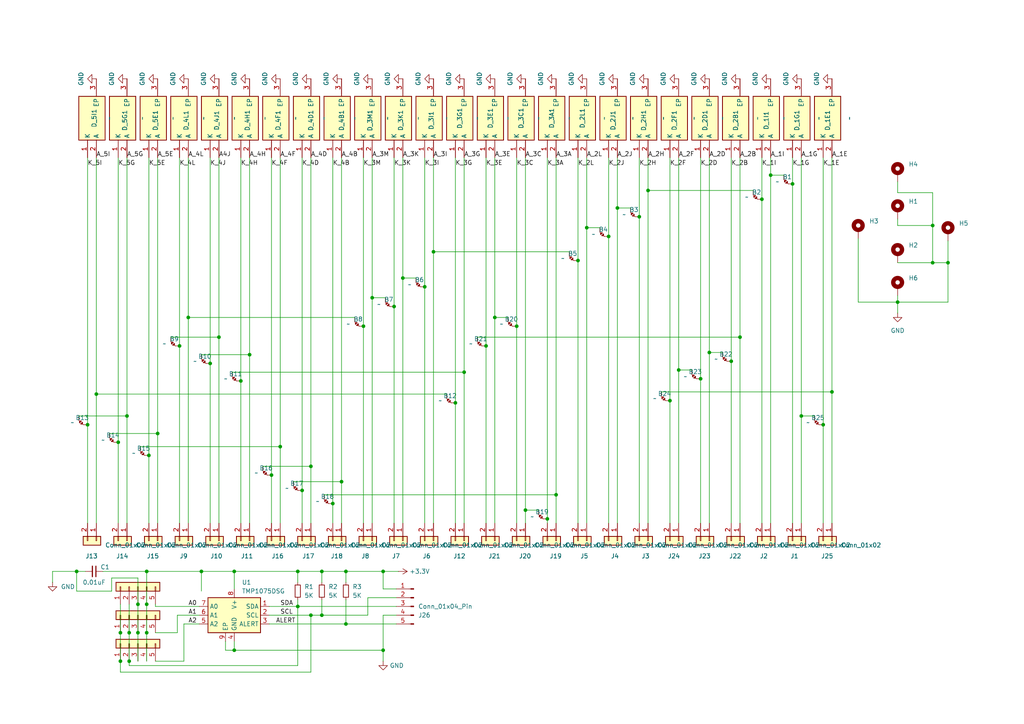
<source format=kicad_sch>
(kicad_sch (version 20231120) (generator "eeschema") (generator_version "8.0")
  (paper "A4")
  (title_block (title "besteLampe! LED Moudule C") (date "2024-03-24") (rev "1.1") (comment 1 "See  https://lenaschimmel.de/besteLampe! for the source and more information") (comment 2 "This source describes Open Hardware and is licensed under the CERN-OHL-S v2.") (comment 3 "Copyright 2024 Lena Schimmel <mail@lenaschimmel.de>"))
  (junction (at 132.08 116.84))
  (junction (at 87.63 142.24))
  (junction (at 37.465 191.77))
  (junction (at 212.09 104.775))
  (junction (at 111.125 165.735))
  (junction (at 241.3 113.665))
  (junction (at 81.28 129.54))
  (junction (at 140.97 100.33))
  (junction (at 123.19 83.185))
  (junction (at 42.545 165.735))
  (junction (at 54.61 92.075))
  (junction (at 93.345 165.735))
  (junction (at 45.72 125.73))
  (junction (at 220.98 57.785))
  (junction (at 69.85 110.49))
  (junction (at 187.96 55.245))
  (junction (at 194.31 116.205))
  (junction (at 67.945 165.735))
  (junction (at 63.5 97.79))
  (junction (at 100.33 180.975))
  (junction (at 238.76 123.19))
  (junction (at 40.005 175.26))
  (junction (at 170.18 66.04))
  (junction (at 52.07 100.33))
  (junction (at 60.96 105.41))
  (junction (at 134.62 107.95))
  (junction (at 90.17 178.435))
  (junction (at 260.35 87.63))
  (junction (at 27.94 114.3))
  (junction (at 161.29 143.51))
  (junction (at 232.41 120.65))
  (junction (at 203.2 109.855))
  (junction (at 179.07 60.325))
  (junction (at 25.4 123.19))
  (junction (at 42.545 175.26))
  (junction (at 167.64 75.565))
  (junction (at 100.33 165.735))
  (junction (at 42.545 183.515))
  (junction (at 99.06 139.7))
  (junction (at 105.41 94.615))
  (junction (at 223.52 50.8))
  (junction (at 86.36 165.735))
  (junction (at 114.3 88.9))
  (junction (at 86.36 175.895))
  (junction (at 116.84 80.645))
  (junction (at 58.42 165.735))
  (junction (at 93.345 178.435))
  (junction (at 90.17 135.255))
  (junction (at 72.39 102.87))
  (junction (at 40.005 183.515))
  (junction (at 270.51 65.405))
  (junction (at 143.51 92.075))
  (junction (at 205.74 102.235))
  (junction (at 43.18 132.08))
  (junction (at 229.87 53.34))
  (junction (at 37.465 183.515))
  (junction (at 125.73 73.025))
  (junction (at 107.95 86.36))
  (junction (at 22.225 165.735))
  (junction (at 34.925 191.77))
  (junction (at 185.42 62.865))
  (junction (at 34.29 128.27))
  (junction (at 196.85 107.315))
  (junction (at 214.63 97.79))
  (junction (at 274.955 76.2))
  (junction (at 96.52 146.05))
  (junction (at 111.125 188.595))
  (junction (at 176.53 68.58))
  (junction (at 158.75 150.495))
  (junction (at 78.74 137.795))
  (junction (at 270.51 76.2))
  (junction (at 149.86 94.615))
  (junction (at 67.945 188.595))
  (junction (at 36.83 120.65))
  (junction (at 34.925 183.515))
  (junction (at 152.4 147.955))
  (wire (pts (xy 42.545 165.735) (xy 42.545 175.26)))
  (wire (pts (xy 45.72 45.72) (xy 45.72 125.73)))
  (wire (pts (xy 65.405 186.055) (xy 65.405 188.595)))
  (wire (pts (xy 241.3 113.665) (xy 241.3 151.765)))
  (wire (pts (xy 78.105 180.975) (xy 100.33 180.975)))
  (wire (pts (xy 203.2 151.765) (xy 203.2 109.855)))
  (wire (pts (xy 78.105 175.895) (xy 86.36 175.895)))
  (wire (pts (xy 167.64 75.565) (xy 167.64 45.72)))
  (wire (pts (xy 238.76 123.19) (xy 238.76 45.72)))
  (wire (pts (xy 116.84 151.765) (xy 116.84 80.645)))
  (wire (pts (xy 152.4 147.955) (xy 156.21 147.955)))
  (wire (pts (xy 96.52 151.765) (xy 96.52 146.05)))
  (wire (pts (xy 90.17 135.255) (xy 90.17 151.765)))
  (wire (pts (xy 114.935 178.435) (xy 111.125 178.435)))
  (wire (pts (xy 40.005 183.515) (xy 40.005 175.26)))
  (wire (pts (xy 36.83 120.65) (xy 36.83 151.765)))
  (wire (pts (xy 54.61 92.075) (xy 54.61 45.72)))
  (wire (pts (xy 34.29 128.27) (xy 34.29 151.765)))
  (wire (pts (xy 212.09 151.765) (xy 212.09 104.775)))
  (wire (pts (xy 170.18 66.04) (xy 173.99 66.04)))
  (wire (pts (xy 105.41 94.615) (xy 105.41 45.72)))
  (wire (pts (xy 248.92 87.63) (xy 260.35 87.63)))
  (wire (pts (xy 78.74 137.795) (xy 78.74 45.72)))
  (wire (pts (xy 87.63 142.24) (xy 87.63 45.72)))
  (wire (pts (xy 42.545 165.735) (xy 58.42 165.735)))
  (wire (pts (xy 76.2 135.255) (xy 90.17 135.255)))
  (wire (pts (xy 116.84 80.645) (xy 120.65 80.645)))
  (wire (pts (xy 260.35 63.5) (xy 260.35 65.405)))
  (wire (pts (xy 149.86 45.72) (xy 149.86 94.615)))
  (wire (pts (xy 86.36 165.735) (xy 67.945 165.735)))
  (wire (pts (xy 191.77 113.665) (xy 241.3 113.665)))
  (wire (pts (xy 185.42 151.765) (xy 185.42 62.865)))
  (wire (pts (xy 114.3 88.9) (xy 114.3 45.72)))
  (wire (pts (xy 25.4 123.19) (xy 25.4 45.72)))
  (wire (pts (xy 149.86 94.615) (xy 149.86 151.765)))
  (wire (pts (xy 179.07 60.325) (xy 179.07 45.72)))
  (wire (pts (xy 34.925 183.515) (xy 34.925 175.26)))
  (wire (pts (xy 15.24 165.735) (xy 22.225 165.735)))
  (wire (pts (xy 34.925 191.77) (xy 34.925 183.515)))
  (wire (pts (xy 187.96 55.245) (xy 187.96 45.72)))
  (wire (pts (xy 214.63 97.79) (xy 214.63 151.765)))
  (wire (pts (xy 93.345 165.735) (xy 93.345 168.91)))
  (wire (pts (xy 232.41 120.65) (xy 236.22 120.65)))
  (wire (pts (xy 129.54 114.3) (xy 27.94 114.3)))
  (wire (pts (xy 223.52 151.765) (xy 223.52 50.8)))
  (wire (pts (xy 203.2 109.855) (xy 203.2 45.72)))
  (wire (pts (xy 187.96 151.765) (xy 187.96 55.245)))
  (wire (pts (xy 260.35 76.2) (xy 270.51 76.2)))
  (wire (pts (xy 170.18 66.04) (xy 170.18 45.72)))
  (wire (pts (xy 37.465 183.515) (xy 37.465 191.77)))
  (wire (pts (xy 90.17 178.435) (xy 90.17 194.945)))
  (wire (pts (xy 86.36 175.895) (xy 86.36 173.99)))
  (wire (pts (xy 90.17 45.72) (xy 90.17 135.255)))
  (wire (pts (xy 51.435 178.435) (xy 51.435 183.515)))
  (wire (pts (xy 65.405 188.595) (xy 67.945 188.595)))
  (wire (pts (xy 194.31 116.205) (xy 194.31 45.72)))
  (wire (pts (xy 134.62 45.72) (xy 134.62 107.95)))
  (wire (pts (xy 241.3 45.72) (xy 241.3 113.665)))
  (wire (pts (xy 260.35 65.405) (xy 270.51 65.405)))
  (wire (pts (xy 42.545 175.26) (xy 42.545 183.515)))
  (wire (pts (xy 260.35 55.88) (xy 270.51 55.88)))
  (wire (pts (xy 27.94 114.3) (xy 27.94 151.765)))
  (wire (pts (xy 52.07 100.33) (xy 52.07 151.765)))
  (wire (pts (xy 132.08 116.84) (xy 132.08 45.72)))
  (wire (pts (xy 115.57 165.735) (xy 111.125 165.735)))
  (wire (pts (xy 106.68 173.355) (xy 106.68 178.435)))
  (wire (pts (xy 72.39 102.87) (xy 72.39 45.72)))
  (wire (pts (xy 52.07 45.72) (xy 52.07 100.33)))
  (wire (pts (xy 111.125 188.595) (xy 111.125 191.77)))
  (wire (pts (xy 22.225 165.735) (xy 24.765 165.735)))
  (wire (pts (xy 270.51 65.405) (xy 270.51 76.2)))
  (wire (pts (xy 78.105 178.435) (xy 90.17 178.435)))
  (wire (pts (xy 196.85 107.315) (xy 196.85 45.72)))
  (wire (pts (xy 167.64 151.765) (xy 167.64 75.565)))
  (wire (pts (xy 260.35 85.725) (xy 260.35 87.63)))
  (wire (pts (xy 158.75 151.765) (xy 158.75 150.495)))
  (wire (pts (xy 22.225 171.45) (xy 22.225 165.735)))
  (wire (pts (xy 220.98 57.785) (xy 220.98 45.72)))
  (wire (pts (xy 111.125 170.815) (xy 111.125 165.735)))
  (wire (pts (xy 54.61 151.765) (xy 54.61 92.075)))
  (wire (pts (xy 85.09 139.7) (xy 99.06 139.7)))
  (wire (pts (xy 63.5 97.79) (xy 63.5 45.72)))
  (wire (pts (xy 81.28 129.54) (xy 81.28 45.72)))
  (wire (pts (xy 96.52 146.05) (xy 96.52 45.72)))
  (wire (pts (xy 140.97 100.33) (xy 140.97 45.72)))
  (wire (pts (xy 40.005 175.26) (xy 40.005 167.64)))
  (wire (pts (xy 36.83 45.72) (xy 36.83 120.65)))
  (wire (pts (xy 40.64 129.54) (xy 81.28 129.54)))
  (wire (pts (xy 260.35 52.705) (xy 260.35 55.88)))
  (wire (pts (xy 212.09 104.775) (xy 212.09 45.72)))
  (wire (pts (xy 205.74 102.235) (xy 209.55 102.235)))
  (wire (pts (xy 125.73 151.765) (xy 125.73 73.025)))
  (wire (pts (xy 179.07 60.325) (xy 182.88 60.325)))
  (wire (pts (xy 78.74 151.765) (xy 78.74 137.795)))
  (wire (pts (xy 205.74 102.235) (xy 205.74 45.72)))
  (wire (pts (xy 161.29 151.765) (xy 161.29 143.51)))
  (wire (pts (xy 34.29 45.72) (xy 34.29 128.27)))
  (wire (pts (xy 58.42 165.735) (xy 67.945 165.735)))
  (wire (pts (xy 51.435 183.515) (xy 45.085 183.515)))
  (wire (pts (xy 223.52 50.8) (xy 223.52 45.72)))
  (wire (pts (xy 161.29 143.51) (xy 161.29 45.72)))
  (wire (pts (xy 114.935 170.815) (xy 111.125 170.815)))
  (wire (pts (xy 107.95 86.36) (xy 107.95 151.765)))
  (wire (pts (xy 69.85 151.765) (xy 69.85 110.49)))
  (wire (pts (xy 32.385 167.64) (xy 32.385 171.45)))
  (wire (pts (xy 274.955 76.2) (xy 274.955 87.63)))
  (wire (pts (xy 100.33 168.91) (xy 100.33 165.735)))
  (wire (pts (xy 111.125 165.735) (xy 100.33 165.735)))
  (wire (pts (xy 72.39 151.765) (xy 72.39 102.87)))
  (wire (pts (xy 194.31 151.765) (xy 194.31 116.205)))
  (wire (pts (xy 111.125 188.595) (xy 67.945 188.595)))
  (wire (pts (xy 53.34 191.77) (xy 45.085 191.77)))
  (wire (pts (xy 134.62 107.95) (xy 134.62 151.765)))
  (wire (pts (xy 99.06 139.7) (xy 99.06 45.72)))
  (wire (pts (xy 45.085 175.895) (xy 57.785 175.895)))
  (wire (pts (xy 229.87 151.765) (xy 229.87 53.34)))
  (wire (pts (xy 106.68 178.435) (xy 93.345 178.435)))
  (wire (pts (xy 51.435 178.435) (xy 57.785 178.435)))
  (wire (pts (xy 86.36 175.895) (xy 114.935 175.895)))
  (wire (pts (xy 43.18 45.72) (xy 43.18 132.08)))
  (wire (pts (xy 45.085 175.895) (xy 45.085 175.26)))
  (wire (pts (xy 125.73 73.025) (xy 165.1 73.025)))
  (wire (pts (xy 220.98 151.765) (xy 220.98 57.785)))
  (wire (pts (xy 196.85 107.315) (xy 200.66 107.315)))
  (wire (pts (xy 60.96 151.765) (xy 60.96 105.41)))
  (wire (pts (xy 40.005 167.64) (xy 32.385 167.64)))
  (wire (pts (xy 53.34 180.975) (xy 57.785 180.975)))
  (wire (pts (xy 107.95 45.72) (xy 107.95 86.36)))
  (wire (pts (xy 43.18 132.08) (xy 43.18 151.765)))
  (wire (pts (xy 100.33 180.975) (xy 100.33 173.99)))
  (wire (pts (xy 214.63 45.72) (xy 214.63 97.79)))
  (wire (pts (xy 274.955 69.85) (xy 274.955 76.2)))
  (wire (pts (xy 53.34 180.975) (xy 53.34 191.77)))
  (wire (pts (xy 248.92 69.215) (xy 248.92 87.63)))
  (wire (pts (xy 34.925 194.945) (xy 34.925 191.77)))
  (wire (pts (xy 31.75 125.73) (xy 45.72 125.73)))
  (wire (pts (xy 140.97 151.765) (xy 140.97 100.33)))
  (wire (pts (xy 138.43 97.79) (xy 214.63 97.79)))
  (wire (pts (xy 60.96 105.41) (xy 60.96 45.72)))
  (wire (pts (xy 29.845 165.735) (xy 42.545 165.735)))
  (wire (pts (xy 27.94 45.72) (xy 27.94 114.3)))
  (wire (pts (xy 229.87 53.34) (xy 229.87 45.72)))
  (wire (pts (xy 185.42 62.865) (xy 185.42 45.72)))
  (wire (pts (xy 37.465 191.77) (xy 37.465 193.04)))
  (wire (pts (xy 116.84 80.645) (xy 116.84 45.72)))
  (wire (pts (xy 67.31 107.95) (xy 134.62 107.95)))
  (wire (pts (xy 260.35 87.63) (xy 260.35 90.805)))
  (wire (pts (xy 93.98 143.51) (xy 161.29 143.51)))
  (wire (pts (xy 152.4 151.765) (xy 152.4 147.955)))
  (wire (pts (xy 15.24 165.735) (xy 15.24 168.91)))
  (wire (pts (xy 40.005 191.77) (xy 40.005 183.515)))
  (wire (pts (xy 111.125 178.435) (xy 111.125 188.595)))
  (wire (pts (xy 132.08 151.765) (xy 132.08 116.84)))
  (wire (pts (xy 114.3 151.765) (xy 114.3 88.9)))
  (wire (pts (xy 58.42 171.45) (xy 58.42 165.735)))
  (wire (pts (xy 86.36 175.895) (xy 86.36 193.04)))
  (wire (pts (xy 196.85 151.765) (xy 196.85 107.315)))
  (wire (pts (xy 93.345 165.735) (xy 86.36 165.735)))
  (wire (pts (xy 90.17 178.435) (xy 93.345 178.435)))
  (wire (pts (xy 45.72 125.73) (xy 45.72 151.765)))
  (wire (pts (xy 274.955 87.63) (xy 260.35 87.63)))
  (wire (pts (xy 238.76 151.765) (xy 238.76 123.19)))
  (wire (pts (xy 67.945 165.735) (xy 67.945 170.815)))
  (wire (pts (xy 123.19 151.765) (xy 123.19 83.185)))
  (wire (pts (xy 143.51 92.075) (xy 143.51 45.72)))
  (wire (pts (xy 114.935 173.355) (xy 106.68 173.355)))
  (wire (pts (xy 270.51 76.2) (xy 274.955 76.2)))
  (wire (pts (xy 179.07 151.765) (xy 179.07 60.325)))
  (wire (pts (xy 100.33 165.735) (xy 93.345 165.735)))
  (wire (pts (xy 37.465 193.04) (xy 86.36 193.04)))
  (wire (pts (xy 49.53 97.79) (xy 63.5 97.79)))
  (wire (pts (xy 187.96 55.245) (xy 218.44 55.245)))
  (wire (pts (xy 158.75 150.495) (xy 158.75 45.72)))
  (wire (pts (xy 170.18 151.765) (xy 170.18 66.04)))
  (wire (pts (xy 25.4 151.765) (xy 25.4 123.19)))
  (wire (pts (xy 86.36 165.735) (xy 86.36 168.91)))
  (wire (pts (xy 69.85 110.49) (xy 69.85 45.72)))
  (wire (pts (xy 32.385 171.45) (xy 22.225 171.45)))
  (wire (pts (xy 223.52 50.8) (xy 227.33 50.8)))
  (wire (pts (xy 111.76 86.36) (xy 107.95 86.36)))
  (wire (pts (xy 232.41 151.765) (xy 232.41 120.65)))
  (wire (pts (xy 125.73 73.025) (xy 125.73 45.72)))
  (wire (pts (xy 100.33 180.975) (xy 114.935 180.975)))
  (wire (pts (xy 81.28 151.765) (xy 81.28 129.54)))
  (wire (pts (xy 67.945 186.055) (xy 67.945 188.595)))
  (wire (pts (xy 143.51 151.765) (xy 143.51 92.075)))
  (wire (pts (xy 42.545 183.515) (xy 42.545 191.77)))
  (wire (pts (xy 54.61 92.075) (xy 102.87 92.075)))
  (wire (pts (xy 37.465 175.26) (xy 37.465 183.515)))
  (wire (pts (xy 58.42 102.87) (xy 72.39 102.87)))
  (wire (pts (xy 205.74 151.765) (xy 205.74 102.235)))
  (wire (pts (xy 123.19 83.185) (xy 123.19 45.72)))
  (wire (pts (xy 232.41 120.65) (xy 232.41 45.72)))
  (wire (pts (xy 63.5 151.765) (xy 63.5 97.79)))
  (wire (pts (xy 90.17 194.945) (xy 34.925 194.945)))
  (wire (pts (xy 87.63 151.765) (xy 87.63 142.24)))
  (wire (pts (xy 270.51 55.88) (xy 270.51 65.405)))
  (wire (pts (xy 143.51 92.075) (xy 147.32 92.075)))
  (wire (pts (xy 176.53 68.58) (xy 176.53 45.72)))
  (wire (pts (xy 22.86 120.65) (xy 36.83 120.65)))
  (wire (pts (xy 99.06 151.765) (xy 99.06 139.7)))
  (wire (pts (xy 105.41 151.765) (xy 105.41 94.615)))
  (wire (pts (xy 93.345 178.435) (xy 93.345 173.99)))
  (wire (pts (xy 152.4 147.955) (xy 152.4 45.72)))
  (wire (pts (xy 176.53 151.765) (xy 176.53 68.58)))
  (label "A_3G" (at 134.62 45.72 0))
  (label "K_3C" (at 149.86 48.26 0))
  (label "K_4B" (at 96.52 48.26 0))
  (label "A_4H" (at 72.39 45.72 0))
  (label "K_2L" (at 167.64 48.26 0))
  (label "K_5G" (at 34.29 48.26 0))
  (label "A_4L" (at 54.61 45.72 0))
  (label "A_3I" (at 125.73 45.72 0))
  (label "A_4D" (at 90.17 45.72 0))
  (label "A_3M" (at 107.95 45.72 0))
  (label "A_5G" (at 36.83 45.72 0))
  (label "A1" (at 54.61 178.435 0))
  (label "K_5E" (at 43.18 48.26 0))
  (label "A_2H" (at 187.96 45.72 0))
  (label "K_3E" (at 140.97 48.26 0))
  (label "K_4D" (at 87.63 48.26 0))
  (label "A_4B" (at 99.06 45.72 0))
  (label "K_3A" (at 158.75 48.26 0))
  (label "SCL" (at 81.28 178.435 0))
  (label "K_4H" (at 69.85 48.26 0))
  (label "K_2J" (at 176.53 48.26 0))
  (label "A_3K" (at 116.84 45.72 0))
  (label "A_3E" (at 143.51 45.72 0))
  (label "SDA" (at 81.28 175.895 0))
  (label "K_3M" (at 105.41 48.26 0))
  (label "K_1I" (at 220.98 48.26 0))
  (label "A_2L" (at 170.18 45.72 0))
  (label "A_2F" (at 196.85 45.72 0))
  (label "K_2F" (at 194.31 48.26 0))
  (label "K_1G" (at 229.87 48.26 0))
  (label "K_4J" (at 60.96 48.26 0))
  (label "A_1I" (at 223.52 45.72 0))
  (label "A_4F" (at 81.28 45.72 0))
  (label "A_5E" (at 45.72 45.72 0))
  (label "K_3G" (at 132.08 48.26 0))
  (label "K_2B" (at 212.09 48.26 0))
  (label "A_3A" (at 161.29 45.72 0))
  (label "K_2H" (at 185.42 48.26 0))
  (label "K_4F" (at 78.74 48.26 0))
  (label "A_3C" (at 152.4 45.72 0))
  (label "A4J" (at 63.5 45.72 0))
  (label "K_2D" (at 203.2 48.26 0))
  (label "A2" (at 54.61 180.975 0))
  (label "ALERT" (at 80.01 180.975 0))
  (label "A_1E" (at 241.3 45.72 0))
  (label "A_2B" (at 214.63 45.72 0))
  (label "A_5I" (at 27.94 45.72 0))
  (label "A_1G" (at 232.41 45.72 0))
  (label "K_3I" (at 123.19 48.26 0))
  (label "A_2D" (at 205.74 45.72 0))
  (label "K_4L" (at 52.07 48.26 0))
  (label "K_5I" (at 25.4 48.26 0))
  (label "A_2J" (at 179.07 45.72 0))
  (label "K_1E" (at 238.76 48.26 0))
  (label "K_3K" (at 114.3 48.26 0))
  (label "A0" (at 54.61 175.895 0))
  (symbol (lib_id "XEGAVT-H0-0000-000-000000K2001:XEGAVT-H0-0000-000-000000K2001") (at 134.62 22.86 270) (unit 1)
    (property "Reference" "D_3G1" (at 133.35 34.29 0))
    (property "Value" "~" (at 138.43 34.29 0))
    (property "Footprint" "Cree XLAMP XE-G LED XEGAVT-H0:XEGAVTH_clean" (effects (hide yes)))
    (property "Datasheet" "https://downloads.cree-led.com/files/ds/x/XLamp-XE-G.pdf" (effects (hide yes)))
    (property "Description" "LED Lighting Color XLamp XE-G Violet 3-SMD, No Lead" (effects (hide yes)))
    (property "Height" "1.13" (effects (hide yes)))
    (property "Manufacturer_Name" "CREE" (effects (hide yes)))
    (property "Manufacturer_Part_Number" "XEGAVT-H0-0000-000-000000K2001" (effects (hide yes)))
  )
  (symbol (lib_id "Connector:Diagonal_Solder_Jumper") (at 95.25 144.78 0) (unit 1) (in_bom no)
    (property "Reference" "B18" (at 94.996 144.018 0))
    (property "Value" "~" (at 92.71 145.415 0) (effects (justify right)))
    (property "Footprint" "Jumper:SolderJumper-2_P1.3mm_Open_TrianglePad1.0x1.5mm" (effects (hide yes)))
  )
  (symbol (lib_id "XEGAVT-H0-0000-000-000000K2001:XEGAVT-H0-0000-000-000000K2001") (at 223.52 22.86 270) (unit 1)
    (property "Reference" "D_1I1" (at 222.25 34.925 0))
    (property "Value" "~" (at 227.33 34.29 0))
    (property "Footprint" "Cree XLAMP XE-G LED XEGAVT-H0:XEGAVTH_clean" (effects (hide yes)))
    (property "Datasheet" "https://downloads.cree-led.com/files/ds/x/XLamp-XE-G.pdf" (effects (hide yes)))
    (property "Description" "LED Lighting Color XLamp XE-G Violet 3-SMD, No Lead" (effects (hide yes)))
    (property "Height" "1.13" (effects (hide yes)))
    (property "Manufacturer_Name" "CREE" (effects (hide yes)))
    (property "Manufacturer_Part_Number" "XEGAVT-H0-0000-000-000000K2001" (effects (hide yes)))
  )
  (symbol (lib_id "Connector_Generic:Conn_01x02") (at 45.72 156.845 270) (unit 1)
    (property "Reference" "J15" (at 42.545 161.29 90) (effects (justify left)))
    (property "Value" "Conn_01x02" (at 48.26 158.1149 90) (effects (justify left)))
    (property "Footprint" "Connector_PinHeader_2.54mm:PinHeader_1x02_P2.54mm_Vertical" (effects (hide yes)))
    (property "Description" "Generic connector, single row, 01x02, script generated (kicad-library-utils/schlib/autogen/connector/)" (effects (hide yes)))
  )
  (symbol (lib_id "XEGAVT-H0-0000-000-000000K2001:XEGAVT-H0-0000-000-000000K2001") (at 81.28 22.86 270) (unit 1)
    (property "Reference" "D_4F1" (at 80.645 34.925 0))
    (property "Value" "~" (at 85.725 34.29 0))
    (property "Footprint" "Cree XLAMP XE-G LED XEGAVT-H0:XEGAVTH_clean" (effects (hide yes)))
    (property "Datasheet" "https://downloads.cree-led.com/files/ds/x/XLamp-XE-G.pdf" (effects (hide yes)))
    (property "Description" "LED Lighting Color XLamp XE-G Violet 3-SMD, No Lead" (effects (hide yes)))
    (property "Height" "1.13" (effects (hide yes)))
    (property "Manufacturer_Name" "CREE" (effects (hide yes)))
    (property "Manufacturer_Part_Number" "XEGAVT-H0-0000-000-000000K2001" (effects (hide yes)))
  )
  (symbol (lib_id "power:GND") (at 45.72 22.86 270) (unit 1)
    (property "Reference" "#PWR017" (effects (hide yes)))
    (property "Value" "GND" (at 41.275 22.86 0))
    (property "Description" "Power symbol creates a global label with name \"GND\" , ground" (effects (hide yes)))
  )
  (symbol (lib_id "Connector_Generic:Conn_01x02") (at 36.83 156.845 270) (unit 1)
    (property "Reference" "J14" (at 33.655 161.29 90) (effects (justify left)))
    (property "Value" "Conn_01x02" (at 39.37 158.1149 90) (effects (justify left)))
    (property "Footprint" "Connector_PinHeader_2.54mm:PinHeader_1x02_P2.54mm_Vertical" (effects (hide yes)))
    (property "Description" "Generic connector, single row, 01x02, script generated (kicad-library-utils/schlib/autogen/connector/)" (effects (hide yes)))
  )
  (symbol (lib_id "power:GND") (at 111.125 191.77 0) (unit 1)
    (property "Reference" "#PWR027" (effects (hide yes)))
    (property "Value" "GND" (at 113.03 193.0399 0) (effects (justify left)))
    (property "Description" "Power symbol creates a global label with name \"GND\" , ground" (effects (hide yes)))
  )
  (symbol (lib_id "Connector_Generic:Conn_01x02") (at 143.51 156.845 270) (unit 1)
    (property "Reference" "J21" (at 141.605 161.29 90) (effects (justify left)))
    (property "Value" "Conn_01x02" (at 146.05 158.1149 90) (effects (justify left)))
    (property "Footprint" "Connector_PinHeader_2.54mm:PinHeader_1x02_P2.54mm_Vertical" (effects (hide yes)))
    (property "Description" "Generic connector, single row, 01x02, script generated (kicad-library-utils/schlib/autogen/connector/)" (effects (hide yes)))
  )
  (symbol (lib_id "Connector_Generic:Conn_01x05") (at 40.005 186.69 90) (unit 1)
    (property "Reference" "J29" (effects (hide yes)))
    (property "Value" "Conn_01x05" (effects (hide yes)))
    (property "Footprint" "Jumper:Quadforce" (effects (hide yes)))
    (property "Description" "Generic connector, single row, 01x05, script generated (kicad-library-utils/schlib/autogen/connector/)" (effects (hide yes)))
  )
  (symbol (lib_id "Connector_Generic:Conn_01x02") (at 134.62 156.845 270) (unit 1)
    (property "Reference" "J12" (at 131.445 161.2899 90) (effects (justify left)))
    (property "Value" "Conn_01x02" (at 137.16 158.1149 90) (effects (justify left)))
    (property "Footprint" "Connector_PinHeader_2.54mm:PinHeader_1x02_P2.54mm_Vertical" (effects (hide yes)))
    (property "Description" "Generic connector, single row, 01x02, script generated (kicad-library-utils/schlib/autogen/connector/)" (effects (hide yes)))
  )
  (symbol (lib_id "XEGAVT-H0-0000-000-000000K2001:XEGAVT-H0-0000-000-000000K2001") (at 54.61 22.86 270) (unit 1)
    (property "Reference" "D_4L1" (at 53.975 34.925 0))
    (property "Value" "~" (at 59.055 34.29 0))
    (property "Footprint" "Cree XLAMP XE-G LED XEGAVT-H0:XEGAVTH_clean" (effects (hide yes)))
    (property "Datasheet" "https://downloads.cree-led.com/files/ds/x/XLamp-XE-G.pdf" (effects (hide yes)))
    (property "Description" "LED Lighting Color XLamp XE-G Violet 3-SMD, No Lead" (effects (hide yes)))
    (property "Height" "1.13" (effects (hide yes)))
    (property "Manufacturer_Name" "CREE" (effects (hide yes)))
    (property "Manufacturer_Part_Number" "XEGAVT-H0-0000-000-000000K2001" (effects (hide yes)))
  )
  (symbol (lib_id "Device:R_Small") (at 86.36 171.45 0) (unit 1)
    (property "Reference" "R1" (at 88.265 170.1799 0) (effects (justify left)))
    (property "Value" "5K" (at 88.265 172.7199 0) (effects (justify left)))
    (property "Footprint" "Resistor_SMD:R_0603_1608Metric" (effects (hide yes)))
    (property "Description" "Resistor, small symbol" (effects (hide yes)))
  )
  (symbol (lib_id "XEGAVT-H0-0000-000-000000K2001:XEGAVT-H0-0000-000-000000K2001") (at 205.74 22.86 270) (unit 1)
    (property "Reference" "D_2D1" (at 204.47 34.925 0))
    (property "Value" "~" (at 209.55 34.29 0))
    (property "Footprint" "Cree XLAMP XE-G LED XEGAVT-H0:XEGAVTH_clean" (effects (hide yes)))
    (property "Datasheet" "https://downloads.cree-led.com/files/ds/x/XLamp-XE-G.pdf" (effects (hide yes)))
    (property "Description" "LED Lighting Color XLamp XE-G Violet 3-SMD, No Lead" (effects (hide yes)))
    (property "Height" "1.13" (effects (hide yes)))
    (property "Manufacturer_Name" "CREE" (effects (hide yes)))
    (property "Manufacturer_Part_Number" "XEGAVT-H0-0000-000-000000K2001" (effects (hide yes)))
  )
  (symbol (lib_id "XEGAVT-H0-0000-000-000000K2001:XEGAVT-H0-0000-000-000000K2001") (at 196.85 22.86 270) (unit 1)
    (property "Reference" "D_2F1" (at 195.58 34.925 0))
    (property "Value" "~" (at 201.295 34.29 0))
    (property "Footprint" "Cree XLAMP XE-G LED XEGAVT-H0:XEGAVTH_clean" (effects (hide yes)))
    (property "Datasheet" "https://downloads.cree-led.com/files/ds/x/XLamp-XE-G.pdf" (effects (hide yes)))
    (property "Description" "LED Lighting Color XLamp XE-G Violet 3-SMD, No Lead" (effects (hide yes)))
    (property "Height" "1.13" (effects (hide yes)))
    (property "Manufacturer_Name" "CREE" (effects (hide yes)))
    (property "Manufacturer_Part_Number" "XEGAVT-H0-0000-000-000000K2001" (effects (hide yes)))
  )
  (symbol (lib_id "XEGAVT-H0-0000-000-000000K2001:XEGAVT-H0-0000-000-000000K2001") (at 36.83 22.86 270) (unit 1)
    (property "Reference" "D_5G1" (at 36.195 34.925 0))
    (property "Value" "~" (at 41.275 34.29 0))
    (property "Footprint" "Cree XLAMP XE-G LED XEGAVT-H0:XEGAVTH_clean" (effects (hide yes)))
    (property "Datasheet" "https://downloads.cree-led.com/files/ds/x/XLamp-XE-G.pdf" (effects (hide yes)))
    (property "Description" "LED Lighting Color XLamp XE-G Violet 3-SMD, No Lead" (effects (hide yes)))
    (property "Height" "1.13" (effects (hide yes)))
    (property "Manufacturer_Name" "CREE" (effects (hide yes)))
    (property "Manufacturer_Part_Number" "XEGAVT-H0-0000-000-000000K2001" (effects (hide yes)))
  )
  (symbol (lib_id "Connector_Generic:Conn_01x02") (at 63.5 156.845 270) (unit 1)
    (property "Reference" "J10" (at 60.96 161.29 90) (effects (justify left)))
    (property "Value" "Conn_01x02" (at 66.04 158.1149 90) (effects (justify left)))
    (property "Footprint" "Connector_PinHeader_2.54mm:PinHeader_1x02_P2.54mm_Vertical" (effects (hide yes)))
    (property "Description" "Generic connector, single row, 01x02, script generated (kicad-library-utils/schlib/autogen/connector/)" (effects (hide yes)))
  )
  (symbol (lib_id "Mechanical:MountingHole_Pad") (at 274.955 67.31 0) (unit 1) (exclude_from_sim yes) (in_bom no)
    (property "Reference" "H5" (at 278.13 64.7699 0) (effects (justify left)))
    (property "Value" "MountingHole_Pad" (effects (hide yes)))
    (property "Footprint" "MountingHole:MountingHole_3.2mm_M3_DIN965_Pad_TopBottom" (effects (hide yes)))
    (property "Description" "Mounting Hole with connection" (effects (hide yes)))
  )
  (symbol (lib_id "Connector_Generic:Conn_01x02") (at 223.52 156.845 270) (unit 1)
    (property "Reference" "J2" (at 220.345 161.29 90) (effects (justify left)))
    (property "Value" "Conn_01x02" (at 226.06 158.1149 90) (effects (justify left)))
    (property "Footprint" "Connector_PinHeader_2.54mm:PinHeader_1x02_P2.54mm_Vertical" (effects (hide yes)))
    (property "Description" "Generic connector, single row, 01x02, script generated (kicad-library-utils/schlib/autogen/connector/)" (effects (hide yes)))
  )
  (symbol (lib_id "power:GND") (at 161.29 22.86 270) (unit 1)
    (property "Reference" "#PWR02" (effects (hide yes)))
    (property "Value" "GND" (at 156.845 22.86 0))
    (property "Description" "Power symbol creates a global label with name \"GND\" , ground" (effects (hide yes)))
  )
  (symbol (lib_id "Connector_Generic:Conn_01x02") (at 152.4 156.845 270) (unit 1)
    (property "Reference" "J20" (at 150.495 161.29 90) (effects (justify left)))
    (property "Value" "Conn_01x02" (at 154.94 158.1149 90) (effects (justify left)))
    (property "Footprint" "Connector_PinHeader_2.54mm:PinHeader_1x02_P2.54mm_Vertical" (effects (hide yes)))
    (property "Description" "Generic connector, single row, 01x02, script generated (kicad-library-utils/schlib/autogen/connector/)" (effects (hide yes)))
  )
  (symbol (lib_id "Connector:Diagonal_Solder_Jumper") (at 148.59 93.345 0) (unit 1) (in_bom no)
    (property "Reference" "B20" (at 148.336 92.583 0))
    (property "Value" "~" (at 146.05 93.98 0) (effects (justify right)))
    (property "Footprint" "Jumper:SolderJumper-2_P1.3mm_Open_TrianglePad1.0x1.5mm" (effects (hide yes)))
  )
  (symbol (lib_id "Connector_Generic:Conn_01x02") (at 107.95 156.845 270) (unit 1)
    (property "Reference" "J8" (at 104.775 161.29 90) (effects (justify left)))
    (property "Value" "Conn_01x02" (at 110.49 158.1149 90) (effects (justify left)))
    (property "Footprint" "Connector_PinHeader_2.54mm:PinHeader_1x02_P2.54mm_Vertical" (effects (hide yes)))
    (property "Description" "Generic connector, single row, 01x02, script generated (kicad-library-utils/schlib/autogen/connector/)" (effects (hide yes)))
  )
  (symbol (lib_id "XEGAVT-H0-0000-000-000000K2001:XEGAVT-H0-0000-000-000000K2001") (at 107.95 22.86 270) (unit 1)
    (property "Reference" "D_3M1" (at 107.315 34.925 0))
    (property "Value" "~" (at 112.395 34.29 0))
    (property "Footprint" "Cree XLAMP XE-G LED XEGAVT-H0:XEGAVTH_clean" (effects (hide yes)))
    (property "Datasheet" "https://downloads.cree-led.com/files/ds/x/XLamp-XE-G.pdf" (effects (hide yes)))
    (property "Description" "LED Lighting Color XLamp XE-G Violet 3-SMD, No Lead" (effects (hide yes)))
    (property "Height" "1.13" (effects (hide yes)))
    (property "Manufacturer_Name" "CREE" (effects (hide yes)))
    (property "Manufacturer_Part_Number" "XEGAVT-H0-0000-000-000000K2001" (effects (hide yes)))
  )
  (symbol (lib_id "XEGAVT-H0-0000-000-000000K2001:XEGAVT-H0-0000-000-000000K2001") (at 143.51 22.86 270) (unit 1)
    (property "Reference" "D_3E1" (at 142.24 34.29 0))
    (property "Value" "~" (at 147.32 34.29 0))
    (property "Footprint" "Cree XLAMP XE-G LED XEGAVT-H0:XEGAVTH_clean" (effects (hide yes)))
    (property "Datasheet" "https://downloads.cree-led.com/files/ds/x/XLamp-XE-G.pdf" (effects (hide yes)))
    (property "Description" "LED Lighting Color XLamp XE-G Violet 3-SMD, No Lead" (effects (hide yes)))
    (property "Height" "1.13" (effects (hide yes)))
    (property "Manufacturer_Name" "CREE" (effects (hide yes)))
    (property "Manufacturer_Part_Number" "XEGAVT-H0-0000-000-000000K2001" (effects (hide yes)))
  )
  (symbol (lib_id "Connector_Generic:Conn_01x02") (at 232.41 156.845 270) (unit 1)
    (property "Reference" "J1" (at 229.235 161.29 90) (effects (justify left)))
    (property "Value" "Conn_01x02" (at 234.95 158.1149 90) (effects (justify left)))
    (property "Footprint" "Connector_PinHeader_2.54mm:PinHeader_1x02_P2.54mm_Vertical" (effects (hide yes)))
    (property "Description" "Generic connector, single row, 01x02, script generated (kicad-library-utils/schlib/autogen/connector/)" (effects (hide yes)))
  )
  (symbol (lib_id "power:+3.3V") (at 115.57 165.735 270) (unit 1)
    (property "Reference" "#PWR026" (effects (hide yes)))
    (property "Value" "+3.3V" (at 118.745 165.7349 90) (effects (justify left)))
    (property "Description" "Power symbol creates a global label with name \"+3.3V\"" (effects (hide yes)))
  )
  (symbol (lib_id "power:GND") (at 81.28 22.86 270) (unit 1)
    (property "Reference" "#PWR09" (effects (hide yes)))
    (property "Value" "GND" (at 76.835 22.86 0))
    (property "Description" "Power symbol creates a global label with name \"GND\" , ground" (effects (hide yes)))
  )
  (symbol (lib_id "XEGAVT-H0-0000-000-000000K2001:XEGAVT-H0-0000-000-000000K2001") (at 232.41 22.86 270) (unit 1)
    (property "Reference" "D_1G1" (at 231.14 34.925 0))
    (property "Value" "~" (at 237.49 34.29 0))
    (property "Footprint" "Cree XLAMP XE-G LED XEGAVT-H0:XEGAVTH_clean" (effects (hide yes)))
    (property "Datasheet" "https://downloads.cree-led.com/files/ds/x/XLamp-XE-G.pdf" (effects (hide yes)))
    (property "Description" "LED Lighting Color XLamp XE-G Violet 3-SMD, No Lead" (effects (hide yes)))
    (property "Height" "1.13" (effects (hide yes)))
    (property "Manufacturer_Name" "CREE" (effects (hide yes)))
    (property "Manufacturer_Part_Number" "XEGAVT-H0-0000-000-000000K2001" (effects (hide yes)))
  )
  (symbol (lib_id "Connector_Generic:Conn_01x02") (at 116.84 156.845 270) (unit 1)
    (property "Reference" "J7" (at 113.665 161.29 90) (effects (justify left)))
    (property "Value" "Conn_01x02" (at 119.38 158.1149 90) (effects (justify left)))
    (property "Footprint" "Connector_PinHeader_2.54mm:PinHeader_1x02_P2.54mm_Vertical" (effects (hide yes)))
    (property "Description" "Generic connector, single row, 01x02, script generated (kicad-library-utils/schlib/autogen/connector/)" (effects (hide yes)))
  )
  (symbol (lib_id "power:GND") (at 99.06 22.86 270) (unit 1)
    (property "Reference" "#PWR01" (effects (hide yes)))
    (property "Value" "GND" (at 94.615 22.86 0))
    (property "Description" "Power symbol creates a global label with name \"GND\" , ground" (effects (hide yes)))
  )
  (symbol (lib_id "Sensor_Temperature:TMP1075DSG") (at 67.945 178.435 0) (unit 1)
    (property "Reference" "U1" (at 70.1391 168.91 0) (effects (justify left)))
    (property "Value" "TMP1075DSG" (at 70.1391 171.45 0) (effects (justify left)))
    (property "Footprint" "Package_SON:WSON-8-1EP_2x2mm_P0.5mm_EP0.9x1.6mm_ThermalVias" (effects (hide yes)))
    (property "Datasheet" "https://www.ti.com/lit/gpn/tmp1075" (effects (hide yes)))
    (property "Description" "I2C-bus digital temperature sensor and thermal watchdog, WSON-8" (effects (hide yes)))
  )
  (symbol (lib_id "Mechanical:MountingHole_Pad") (at 260.35 50.165 0) (unit 1) (exclude_from_sim yes) (in_bom no)
    (property "Reference" "H4" (at 263.525 47.6249 0) (effects (justify left)))
    (property "Value" "MountingHole_Pad" (effects (hide yes)))
    (property "Footprint" "MountingHole:MountingHole_3.2mm_M3_DIN965_Pad_TopBottom" (effects (hide yes)))
    (property "Description" "Mounting Hole with connection" (effects (hide yes)))
  )
  (symbol (lib_id "Connector:Diagonal_Solder_Jumper") (at 50.8 99.06 0) (unit 1) (in_bom no)
    (property "Reference" "B9" (at 50.546 98.298 0))
    (property "Value" "~" (at 48.26 99.695 0) (effects (justify right)))
    (property "Footprint" "Jumper:SolderJumper-2_P1.3mm_Open_TrianglePad1.0x1.5mm" (effects (hide yes)))
  )
  (symbol (lib_id "XEGAVT-H0-0000-000-000000K2001:XEGAVT-H0-0000-000-000000K2001") (at 187.96 22.86 270) (unit 1)
    (property "Reference" "D_2H1" (at 186.69 34.925 0))
    (property "Value" "~" (at 192.405 34.29 0))
    (property "Footprint" "Cree XLAMP XE-G LED XEGAVT-H0:XEGAVTH_clean" (effects (hide yes)))
    (property "Datasheet" "https://downloads.cree-led.com/files/ds/x/XLamp-XE-G.pdf" (effects (hide yes)))
    (property "Description" "LED Lighting Color XLamp XE-G Violet 3-SMD, No Lead" (effects (hide yes)))
    (property "Height" "1.13" (effects (hide yes)))
    (property "Manufacturer_Name" "CREE" (effects (hide yes)))
    (property "Manufacturer_Part_Number" "XEGAVT-H0-0000-000-000000K2001" (effects (hide yes)))
  )
  (symbol (lib_id "Connector_Generic:Conn_01x02") (at 179.07 156.845 270) (unit 1)
    (property "Reference" "J4" (at 177.165 161.29 90) (effects (justify left)))
    (property "Value" "Conn_01x02" (at 181.61 158.1149 90) (effects (justify left)))
    (property "Footprint" "Connector_PinHeader_2.54mm:PinHeader_1x02_P2.54mm_Vertical" (effects (hide yes)))
    (property "Description" "Generic connector, single row, 01x02, script generated (kicad-library-utils/schlib/autogen/connector/)" (effects (hide yes)))
  )
  (symbol (lib_id "XEGAVT-H0-0000-000-000000K2001:XEGAVT-H0-0000-000-000000K2001") (at 125.73 22.86 270) (unit 1)
    (property "Reference" "D_3I1" (at 125.095 34.925 0))
    (property "Value" "~" (at 129.54 34.29 0))
    (property "Footprint" "Cree XLAMP XE-G LED XEGAVT-H0:XEGAVTH_clean" (effects (hide yes)))
    (property "Datasheet" "https://downloads.cree-led.com/files/ds/x/XLamp-XE-G.pdf" (effects (hide yes)))
    (property "Description" "LED Lighting Color XLamp XE-G Violet 3-SMD, No Lead" (effects (hide yes)))
    (property "Height" "1.13" (effects (hide yes)))
    (property "Manufacturer_Name" "CREE" (effects (hide yes)))
    (property "Manufacturer_Part_Number" "XEGAVT-H0-0000-000-000000K2001" (effects (hide yes)))
  )
  (symbol (lib_id "Connector:Diagonal_Solder_Jumper") (at 41.91 130.81 0) (unit 1) (in_bom no)
    (property "Reference" "B15" (at 41.656 130.048 0))
    (property "Value" "~" (at 39.37 131.445 0) (effects (justify right)))
    (property "Footprint" "Jumper:SolderJumper-2_P1.3mm_Open_TrianglePad1.0x1.5mm" (effects (hide yes)))
  )
  (symbol (lib_id "power:GND") (at 107.95 22.86 270) (unit 1)
    (property "Reference" "#PWR022" (effects (hide yes)))
    (property "Value" "GND" (at 103.505 22.86 0))
    (property "Description" "Power symbol creates a global label with name \"GND\" , ground" (effects (hide yes)))
  )
  (symbol (lib_id "XEGAVT-H0-0000-000-000000K2001:XEGAVT-H0-0000-000-000000K2001") (at 116.84 22.86 270) (unit 1)
    (property "Reference" "D_3K1" (at 116.205 34.925 0))
    (property "Value" "~" (at 121.285 34.29 0))
    (property "Footprint" "Cree XLAMP XE-G LED XEGAVT-H0:XEGAVTH_clean" (effects (hide yes)))
    (property "Datasheet" "https://downloads.cree-led.com/files/ds/x/XLamp-XE-G.pdf" (effects (hide yes)))
    (property "Description" "LED Lighting Color XLamp XE-G Violet 3-SMD, No Lead" (effects (hide yes)))
    (property "Height" "1.13" (effects (hide yes)))
    (property "Manufacturer_Name" "CREE" (effects (hide yes)))
    (property "Manufacturer_Part_Number" "XEGAVT-H0-0000-000-000000K2001" (effects (hide yes)))
  )
  (symbol (lib_id "Connector_Generic:Conn_01x02") (at 125.73 156.845 270) (unit 1)
    (property "Reference" "J6" (at 122.555 161.29 90) (effects (justify left)))
    (property "Value" "Conn_01x02" (at 128.27 158.1149 90) (effects (justify left)))
    (property "Footprint" "Connector_PinHeader_2.54mm:PinHeader_1x02_P2.54mm_Vertical" (effects (hide yes)))
    (property "Description" "Generic connector, single row, 01x02, script generated (kicad-library-utils/schlib/autogen/connector/)" (effects (hide yes)))
  )
  (symbol (lib_id "XEGAVT-H0-0000-000-000000K2001:XEGAVT-H0-0000-000-000000K2001") (at 99.06 22.86 270) (unit 1)
    (property "Reference" "D_4B1" (at 99.06 34.925 0))
    (property "Value" "~" (at 102.87 34.29 0))
    (property "Footprint" "Cree XLAMP XE-G LED XEGAVT-H0:XEGAVTH_clean" (effects (hide yes)))
    (property "Datasheet" "https://downloads.cree-led.com/files/ds/x/XLamp-XE-G.pdf" (effects (hide yes)))
    (property "Description" "LED Lighting Color XLamp XE-G Violet 3-SMD, No Lead" (effects (hide yes)))
    (property "Height" "1.13" (effects (hide yes)))
    (property "Manufacturer_Name" "CREE" (effects (hide yes)))
    (property "Manufacturer_Part_Number" "XEGAVT-H0-0000-000-000000K2001" (effects (hide yes)))
  )
  (symbol (lib_id "power:GND") (at 134.62 22.86 270) (unit 1)
    (property "Reference" "#PWR08" (effects (hide yes)))
    (property "Value" "GND" (at 130.175 22.86 0))
    (property "Description" "Power symbol creates a global label with name \"GND\" , ground" (effects (hide yes)))
  )
  (symbol (lib_id "Connector:Diagonal_Solder_Jumper") (at 130.81 115.57 0) (unit 1) (in_bom no)
    (property "Reference" "B12" (at 130.556 114.808 0))
    (property "Value" "~" (at 128.27 116.205 0) (effects (justify right)))
    (property "Footprint" "Jumper:SolderJumper-2_P1.3mm_Open_TrianglePad1.0x1.5mm" (effects (hide yes)))
  )
  (symbol (lib_id "power:GND") (at 36.83 22.86 270) (unit 1)
    (property "Reference" "#PWR016" (effects (hide yes)))
    (property "Value" "GND" (at 32.385 22.86 0))
    (property "Description" "Power symbol creates a global label with name \"GND\" , ground" (effects (hide yes)))
  )
  (symbol (lib_id "power:GND") (at 152.4 22.86 270) (unit 1)
    (property "Reference" "#PWR03" (effects (hide yes)))
    (property "Value" "GND" (at 147.955 22.86 0))
    (property "Description" "Power symbol creates a global label with name \"GND\" , ground" (effects (hide yes)))
  )
  (symbol (lib_id "Connector_Generic:Conn_01x02") (at 170.18 156.845 270) (unit 1)
    (property "Reference" "J5" (at 168.275 161.29 90) (effects (justify left)))
    (property "Value" "Conn_01x02" (at 172.72 158.1149 90) (effects (justify left)))
    (property "Footprint" "Connector_PinHeader_2.54mm:PinHeader_1x02_P2.54mm_Vertical" (effects (hide yes)))
    (property "Description" "Generic connector, single row, 01x02, script generated (kicad-library-utils/schlib/autogen/connector/)" (effects (hide yes)))
  )
  (symbol (lib_id "power:GND") (at 116.84 22.86 270) (unit 1)
    (property "Reference" "#PWR013" (effects (hide yes)))
    (property "Value" "GND" (at 112.395 22.86 0))
    (property "Description" "Power symbol creates a global label with name \"GND\" , ground" (effects (hide yes)))
  )
  (symbol (lib_id "power:GND") (at 179.07 22.86 270) (unit 1)
    (property "Reference" "#PWR014" (effects (hide yes)))
    (property "Value" "GND" (at 174.625 22.86 0))
    (property "Description" "Power symbol creates a global label with name \"GND\" , ground" (effects (hide yes)))
  )
  (symbol (lib_id "Connector:Diagonal_Solder_Jumper") (at 139.7 99.06 0) (unit 1) (in_bom no)
    (property "Reference" "B21" (at 139.446 98.298 0))
    (property "Value" "~" (at 137.16 99.695 0) (effects (justify right)))
    (property "Footprint" "Jumper:SolderJumper-2_P1.3mm_Open_TrianglePad1.0x1.5mm" (effects (hide yes)))
  )
  (symbol (lib_id "power:GND") (at 15.24 168.91 0) (unit 1)
    (property "Reference" "#PWR029" (effects (hide yes)))
    (property "Value" "GND" (at 19.685 170.18 0))
    (property "Description" "Power symbol creates a global label with name \"GND\" , ground" (effects (hide yes)))
  )
  (symbol (lib_id "XEGAVT-H0-0000-000-000000K2001:XEGAVT-H0-0000-000-000000K2001") (at 45.72 22.86 270) (unit 1)
    (property "Reference" "D_5E1" (at 45.085 34.925 0))
    (property "Value" "~" (at 50.165 34.29 0))
    (property "Footprint" "Cree XLAMP XE-G LED XEGAVT-H0:XEGAVTH_clean" (effects (hide yes)))
    (property "Datasheet" "https://downloads.cree-led.com/files/ds/x/XLamp-XE-G.pdf" (effects (hide yes)))
    (property "Description" "LED Lighting Color XLamp XE-G Violet 3-SMD, No Lead" (effects (hide yes)))
    (property "Height" "1.13" (effects (hide yes)))
    (property "Manufacturer_Name" "CREE" (effects (hide yes)))
    (property "Manufacturer_Part_Number" "XEGAVT-H0-0000-000-000000K2001" (effects (hide yes)))
  )
  (symbol (lib_id "power:GND") (at 260.35 90.805 0) (unit 1)
    (property "Reference" "#PWR028" (effects (hide yes)))
    (property "Value" "GND" (at 260.35 95.885 0))
    (property "Description" "Power symbol creates a global label with name \"GND\" , ground" (effects (hide yes)))
  )
  (symbol (lib_id "XEGAVT-H0-0000-000-000000K2001:XEGAVT-H0-0000-000-000000K2001") (at 214.63 22.86 270) (unit 1)
    (property "Reference" "D_2B1" (at 213.36 34.925 0))
    (property "Value" "~" (at 219.71 34.29 0))
    (property "Footprint" "Cree XLAMP XE-G LED XEGAVT-H0:XEGAVTH_clean" (effects (hide yes)))
    (property "Datasheet" "https://downloads.cree-led.com/files/ds/x/XLamp-XE-G.pdf" (effects (hide yes)))
    (property "Description" "LED Lighting Color XLamp XE-G Violet 3-SMD, No Lead" (effects (hide yes)))
    (property "Height" "1.13" (effects (hide yes)))
    (property "Manufacturer_Name" "CREE" (effects (hide yes)))
    (property "Manufacturer_Part_Number" "XEGAVT-H0-0000-000-000000K2001" (effects (hide yes)))
  )
  (symbol (lib_id "Connector:Diagonal_Solder_Jumper") (at 166.37 74.295 0) (unit 1) (in_bom no)
    (property "Reference" "B5" (at 166.116 73.533 0))
    (property "Value" "~" (at 163.83 74.93 0) (effects (justify right)))
    (property "Footprint" "Jumper:SolderJumper-2_P1.3mm_Open_TrianglePad1.0x1.5mm" (effects (hide yes)))
  )
  (symbol (lib_id "power:GND") (at 72.39 22.86 270) (unit 1)
    (property "Reference" "#PWR011" (effects (hide yes)))
    (property "Value" "GND" (at 67.945 22.86 0))
    (property "Description" "Power symbol creates a global label with name \"GND\" , ground" (effects (hide yes)))
  )
  (symbol (lib_id "power:GND") (at 241.3 22.86 270) (unit 1)
    (property "Reference" "#PWR018" (effects (hide yes)))
    (property "Value" "GND" (at 236.855 22.86 0))
    (property "Description" "Power symbol creates a global label with name \"GND\" , ground" (effects (hide yes)))
  )
  (symbol (lib_id "Connector:Diagonal_Solder_Jumper") (at 33.02 127 0) (unit 1) (in_bom no)
    (property "Reference" "B14" (at 32.766 126.238 0))
    (property "Value" "~" (at 30.48 127.635 0) (effects (justify right)))
    (property "Footprint" "Jumper:SolderJumper-2_P1.3mm_Open_TrianglePad1.0x1.5mm" (effects (hide yes)))
  )
  (symbol (lib_id "Connector:Diagonal_Solder_Jumper") (at 24.13 121.92 0) (unit 1) (in_bom no)
    (property "Reference" "B13" (at 23.876 121.158 0))
    (property "Value" "~" (at 21.59 122.555 0) (effects (justify right)))
    (property "Footprint" "Jumper:SolderJumper-2_P1.3mm_Open_TrianglePad1.0x1.5mm" (effects (hide yes)))
  )
  (symbol (lib_id "power:GND") (at 63.5 22.86 270) (unit 1)
    (property "Reference" "#PWR012" (effects (hide yes)))
    (property "Value" "GND" (at 59.055 22.86 0))
    (property "Description" "Power symbol creates a global label with name \"GND\" , ground" (effects (hide yes)))
  )
  (symbol (lib_id "power:GND") (at 205.74 22.86 270) (unit 1)
    (property "Reference" "#PWR05" (effects (hide yes)))
    (property "Value" "GND" (at 201.295 22.86 0))
    (property "Description" "Power symbol creates a global label with name \"GND\" , ground" (effects (hide yes)))
  )
  (symbol (lib_id "Connector_Generic:Conn_01x02") (at 161.29 156.845 270) (unit 1)
    (property "Reference" "J19" (at 159.385 161.29 90) (effects (justify left)))
    (property "Value" "Conn_01x02" (at 163.83 158.1149 90) (effects (justify left)))
    (property "Footprint" "Connector_PinHeader_2.54mm:PinHeader_1x02_P2.54mm_Vertical" (effects (hide yes)))
    (property "Description" "Generic connector, single row, 01x02, script generated (kicad-library-utils/schlib/autogen/connector/)" (effects (hide yes)))
  )
  (symbol (lib_id "Connector_Generic:Conn_01x02") (at 187.96 156.845 270) (unit 1)
    (property "Reference" "J3" (at 186.055 161.29 90) (effects (justify left)))
    (property "Value" "Conn_01x02" (at 190.5 158.1149 90) (effects (justify left)))
    (property "Footprint" "Connector_PinHeader_2.54mm:PinHeader_1x02_P2.54mm_Vertical" (effects (hide yes)))
    (property "Description" "Generic connector, single row, 01x02, script generated (kicad-library-utils/schlib/autogen/connector/)" (effects (hide yes)))
  )
  (symbol (lib_id "power:GND") (at 170.18 22.86 270) (unit 1)
    (property "Reference" "#PWR021" (effects (hide yes)))
    (property "Value" "GND" (at 165.735 22.86 0))
    (property "Description" "Power symbol creates a global label with name \"GND\" , ground" (effects (hide yes)))
  )
  (symbol (lib_id "XEGAVT-H0-0000-000-000000K2001:XEGAVT-H0-0000-000-000000K2001") (at 161.29 22.86 270) (unit 1)
    (property "Reference" "D_3A1" (at 160.02 34.29 0))
    (property "Value" "~" (at 165.1 34.29 0))
    (property "Footprint" "Cree XLAMP XE-G LED XEGAVT-H0:XEGAVTH_clean" (effects (hide yes)))
    (property "Datasheet" "https://downloads.cree-led.com/files/ds/x/XLamp-XE-G.pdf" (effects (hide yes)))
    (property "Description" "LED Lighting Color XLamp XE-G Violet 3-SMD, No Lead" (effects (hide yes)))
    (property "Height" "1.13" (effects (hide yes)))
    (property "Manufacturer_Name" "CREE" (effects (hide yes)))
    (property "Manufacturer_Part_Number" "XEGAVT-H0-0000-000-000000K2001" (effects (hide yes)))
  )
  (symbol (lib_id "XEGAVT-H0-0000-000-000000K2001:XEGAVT-H0-0000-000-000000K2001") (at 152.4 22.86 270) (unit 1)
    (property "Reference" "D_3C1" (at 151.13 34.29 0))
    (property "Value" "~" (at 156.21 34.29 0))
    (property "Footprint" "Cree XLAMP XE-G LED XEGAVT-H0:XEGAVTH_clean" (effects (hide yes)))
    (property "Datasheet" "https://downloads.cree-led.com/files/ds/x/XLamp-XE-G.pdf" (effects (hide yes)))
    (property "Description" "LED Lighting Color XLamp XE-G Violet 3-SMD, No Lead" (effects (hide yes)))
    (property "Height" "1.13" (effects (hide yes)))
    (property "Manufacturer_Name" "CREE" (effects (hide yes)))
    (property "Manufacturer_Part_Number" "XEGAVT-H0-0000-000-000000K2001" (effects (hide yes)))
  )
  (symbol (lib_id "Connector_Generic:Conn_01x05") (at 40.005 178.435 90) (unit 1)
    (property "Reference" "J28" (effects (hide yes)))
    (property "Value" "Conn_01x05" (effects (hide yes)))
    (property "Footprint" "Jumper:Quadforce" (effects (hide yes)))
    (property "Description" "Generic connector, single row, 01x05, script generated (kicad-library-utils/schlib/autogen/connector/)" (effects (hide yes)))
  )
  (symbol (lib_id "Mechanical:MountingHole_Pad") (at 248.92 66.675 0) (unit 1) (exclude_from_sim yes) (in_bom no)
    (property "Reference" "H3" (at 252.095 64.1349 0) (effects (justify left)))
    (property "Value" "MountingHole_Pad" (effects (hide yes)))
    (property "Footprint" "MountingHole:MountingHole_3.2mm_M3_DIN965_Pad_TopBottom" (effects (hide yes)))
    (property "Description" "Mounting Hole with connection" (effects (hide yes)))
  )
  (symbol (lib_id "Connector_Generic:Conn_01x02") (at 54.61 156.845 270) (unit 1)
    (property "Reference" "J9" (at 52.07 161.29 90) (effects (justify left)))
    (property "Value" "Conn_01x02" (at 57.15 158.1149 90) (effects (justify left)))
    (property "Footprint" "Connector_PinHeader_2.54mm:PinHeader_1x02_P2.54mm_Vertical" (effects (hide yes)))
    (property "Description" "Generic connector, single row, 01x02, script generated (kicad-library-utils/schlib/autogen/connector/)" (effects (hide yes)))
  )
  (symbol (lib_id "Connector:Diagonal_Solder_Jumper") (at 104.14 93.345 0) (unit 1) (in_bom no)
    (property "Reference" "B8" (at 103.886 92.583 0))
    (property "Value" "~" (at 101.6 93.98 0) (effects (justify right)))
    (property "Footprint" "Jumper:SolderJumper-2_P1.3mm_Open_TrianglePad1.0x1.5mm" (effects (hide yes)))
  )
  (symbol (lib_id "XEGAVT-H0-0000-000-000000K2001:XEGAVT-H0-0000-000-000000K2001") (at 90.17 22.86 270) (unit 1)
    (property "Reference" "D_4D1" (at 90.17 34.925 0))
    (property "Value" "~" (at 93.98 34.29 0))
    (property "Footprint" "Cree XLAMP XE-G LED XEGAVT-H0:XEGAVTH_clean" (effects (hide yes)))
    (property "Datasheet" "https://downloads.cree-led.com/files/ds/x/XLamp-XE-G.pdf" (effects (hide yes)))
    (property "Description" "LED Lighting Color XLamp XE-G Violet 3-SMD, No Lead" (effects (hide yes)))
    (property "Height" "1.13" (effects (hide yes)))
    (property "Manufacturer_Name" "CREE" (effects (hide yes)))
    (property "Manufacturer_Part_Number" "XEGAVT-H0-0000-000-000000K2001" (effects (hide yes)))
  )
  (symbol (lib_id "power:GND") (at 27.94 22.86 270) (unit 1)
    (property "Reference" "#PWR015" (effects (hide yes)))
    (property "Value" "GND" (at 23.495 22.86 0))
    (property "Description" "Power symbol creates a global label with name \"GND\" , ground" (effects (hide yes)))
  )
  (symbol (lib_id "Connector_Generic:Conn_01x02") (at 81.28 156.845 270) (unit 1)
    (property "Reference" "J16" (at 78.74 161.29 90) (effects (justify left)))
    (property "Value" "Conn_01x02" (at 83.82 158.1149 90) (effects (justify left)))
    (property "Footprint" "Connector_PinHeader_2.54mm:PinHeader_1x02_P2.54mm_Vertical" (effects (hide yes)))
    (property "Description" "Generic connector, single row, 01x02, script generated (kicad-library-utils/schlib/autogen/connector/)" (effects (hide yes)))
  )
  (symbol (lib_id "Connector:Diagonal_Solder_Jumper") (at 113.03 87.63 0) (unit 1) (in_bom no)
    (property "Reference" "B7" (at 112.776 86.868 0))
    (property "Value" "~" (at 110.49 88.265 0) (effects (justify right)))
    (property "Footprint" "Jumper:SolderJumper-2_P1.3mm_Open_TrianglePad1.0x1.5mm" (effects (hide yes)))
  )
  (symbol (lib_id "power:GND") (at 196.85 22.86 270) (unit 1)
    (property "Reference" "#PWR06" (effects (hide yes)))
    (property "Value" "GND" (at 192.405 22.86 0))
    (property "Description" "Power symbol creates a global label with name \"GND\" , ground" (effects (hide yes)))
  )
  (symbol (lib_id "XEGAVT-H0-0000-000-000000K2001:XEGAVT-H0-0000-000-000000K2001") (at 72.39 22.86 270) (unit 1)
    (property "Reference" "D_4H1" (at 71.755 34.925 0))
    (property "Value" "~" (at 76.835 34.29 0))
    (property "Footprint" "Cree XLAMP XE-G LED XEGAVT-H0:XEGAVTH_clean" (effects (hide yes)))
    (property "Datasheet" "https://downloads.cree-led.com/files/ds/x/XLamp-XE-G.pdf" (effects (hide yes)))
    (property "Description" "LED Lighting Color XLamp XE-G Violet 3-SMD, No Lead" (effects (hide yes)))
    (property "Height" "1.13" (effects (hide yes)))
    (property "Manufacturer_Name" "CREE" (effects (hide yes)))
    (property "Manufacturer_Part_Number" "XEGAVT-H0-0000-000-000000K2001" (effects (hide yes)))
  )
  (symbol (lib_id "Connector:Diagonal_Solder_Jumper") (at 201.93 108.585 0) (unit 1) (in_bom no)
    (property "Reference" "B23" (at 201.676 107.823 0))
    (property "Value" "~" (at 199.39 109.22 0) (effects (justify right)))
    (property "Footprint" "Jumper:SolderJumper-2_P1.3mm_Open_TrianglePad1.0x1.5mm" (effects (hide yes)))
  )
  (symbol (lib_id "XEGAVT-H0-0000-000-000000K2001:XEGAVT-H0-0000-000-000000K2001") (at 27.94 22.86 270) (unit 1)
    (property "Reference" "D_5I1" (at 27.305 34.29 0))
    (property "Value" "~" (at 31.75 34.29 0))
    (property "Footprint" "Cree XLAMP XE-G LED XEGAVT-H0:XEGAVTH_clean" (effects (hide yes)))
    (property "Datasheet" "https://downloads.cree-led.com/files/ds/x/XLamp-XE-G.pdf" (effects (hide yes)))
    (property "Description" "LED Lighting Color XLamp XE-G Violet 3-SMD, No Lead" (effects (hide yes)))
    (property "Height" "1.13" (effects (hide yes)))
    (property "Manufacturer_Name" "CREE" (effects (hide yes)))
    (property "Manufacturer_Part_Number" "XEGAVT-H0-0000-000-000000K2001" (effects (hide yes)))
  )
  (symbol (lib_id "Connector_Generic:Conn_01x02") (at 90.17 156.845 270) (unit 1)
    (property "Reference" "J17" (at 87.63 161.29 90) (effects (justify left)))
    (property "Value" "Conn_01x02" (at 92.71 158.1149 90) (effects (justify left)))
    (property "Footprint" "Connector_PinHeader_2.54mm:PinHeader_1x02_P2.54mm_Vertical" (effects (hide yes)))
    (property "Description" "Generic connector, single row, 01x02, script generated (kicad-library-utils/schlib/autogen/connector/)" (effects (hide yes)))
  )
  (symbol (lib_id "Connector_Generic:Conn_01x05") (at 40.005 170.18 90) (unit 1)
    (property "Reference" "J27" (effects (hide yes)))
    (property "Value" "Conn_01x05" (effects (hide yes)))
    (property "Footprint" "Jumper:Quadforce" (effects (hide yes)))
    (property "Description" "Generic connector, single row, 01x05, script generated (kicad-library-utils/schlib/autogen/connector/)" (effects (hide yes)))
  )
  (symbol (lib_id "Connector_Generic:Conn_01x02") (at 72.39 156.845 270) (unit 1)
    (property "Reference" "J11" (at 69.85 161.29 90) (effects (justify left)))
    (property "Value" "Conn_01x02" (at 74.93 158.1149 90) (effects (justify left)))
    (property "Footprint" "Connector_PinHeader_2.54mm:PinHeader_1x02_P2.54mm_Vertical" (effects (hide yes)))
    (property "Description" "Generic connector, single row, 01x02, script generated (kicad-library-utils/schlib/autogen/connector/)" (effects (hide yes)))
  )
  (symbol (lib_id "Connector:Diagonal_Solder_Jumper") (at 219.71 56.515 0) (unit 1) (in_bom no)
    (property "Reference" "B2" (at 219.456 55.753 0))
    (property "Value" "~" (at 217.17 57.15 0) (effects (justify right)))
    (property "Footprint" "Jumper:SolderJumper-2_P1.3mm_Open_TrianglePad1.0x1.5mm" (effects (hide yes)))
  )
  (symbol (lib_id "Mechanical:MountingHole_Pad") (at 260.35 73.66 0) (unit 1) (exclude_from_sim yes) (in_bom no)
    (property "Reference" "H2" (at 263.525 71.1199 0) (effects (justify left)))
    (property "Value" "MountingHole_Pad" (effects (hide yes)))
    (property "Footprint" "MountingHole:MountingHole_3.2mm_M3_DIN965_Pad_TopBottom" (effects (hide yes)))
    (property "Description" "Mounting Hole with connection" (effects (hide yes)))
  )
  (symbol (lib_id "power:GND") (at 54.61 22.86 270) (unit 1)
    (property "Reference" "#PWR023" (effects (hide yes)))
    (property "Value" "GND" (at 50.165 22.86 0))
    (property "Description" "Power symbol creates a global label with name \"GND\" , ground" (effects (hide yes)))
  )
  (symbol (lib_id "XEGAVT-H0-0000-000-000000K2001:XEGAVT-H0-0000-000-000000K2001") (at 170.18 22.86 270) (unit 1)
    (property "Reference" "D_2L1" (at 168.91 34.29 0))
    (property "Value" "~" (at 175.26 34.29 0))
    (property "Footprint" "Cree XLAMP XE-G LED XEGAVT-H0:XEGAVTH_clean" (effects (hide yes)))
    (property "Datasheet" "https://downloads.cree-led.com/files/ds/x/XLamp-XE-G.pdf" (effects (hide yes)))
    (property "Description" "LED Lighting Color XLamp XE-G Violet 3-SMD, No Lead" (effects (hide yes)))
    (property "Height" "1.13" (effects (hide yes)))
    (property "Manufacturer_Name" "CREE" (effects (hide yes)))
    (property "Manufacturer_Part_Number" "XEGAVT-H0-0000-000-000000K2001" (effects (hide yes)))
  )
  (symbol (lib_id "Connector:Diagonal_Solder_Jumper") (at 86.36 140.97 0) (unit 1) (in_bom no)
    (property "Reference" "B17" (at 86.106 140.208 0))
    (property "Value" "~" (at 83.82 141.605 0) (effects (justify right)))
    (property "Footprint" "Jumper:SolderJumper-2_P1.3mm_Open_TrianglePad1.0x1.5mm" (effects (hide yes)))
  )
  (symbol (lib_id "power:GND") (at 232.41 22.86 270) (unit 1)
    (property "Reference" "#PWR019" (effects (hide yes)))
    (property "Value" "GND" (at 227.965 22.86 0))
    (property "Description" "Power symbol creates a global label with name \"GND\" , ground" (effects (hide yes)))
  )
  (symbol (lib_id "XEGAVT-H0-0000-000-000000K2001:XEGAVT-H0-0000-000-000000K2001") (at 63.5 22.86 270) (unit 1)
    (property "Reference" "D_4J1" (at 62.865 34.925 0))
    (property "Value" "~" (at 67.945 34.29 0))
    (property "Footprint" "Cree XLAMP XE-G LED XEGAVT-H0:XEGAVTH_clean" (effects (hide yes)))
    (property "Datasheet" "https://downloads.cree-led.com/files/ds/x/XLamp-XE-G.pdf" (effects (hide yes)))
    (property "Description" "LED Lighting Color XLamp XE-G Violet 3-SMD, No Lead" (effects (hide yes)))
    (property "Height" "1.13" (effects (hide yes)))
    (property "Manufacturer_Name" "CREE" (effects (hide yes)))
    (property "Manufacturer_Part_Number" "XEGAVT-H0-0000-000-000000K2001" (effects (hide yes)))
  )
  (symbol (lib_id "Mechanical:MountingHole_Pad") (at 260.35 83.185 0) (unit 1) (exclude_from_sim yes) (in_bom no)
    (property "Reference" "H6" (at 263.525 80.6449 0) (effects (justify left)))
    (property "Value" "MountingHole_Pad" (effects (hide yes)))
    (property "Footprint" "MountingHole:MountingHole_3.2mm_M3_DIN965_Pad_TopBottom" (effects (hide yes)))
    (property "Description" "Mounting Hole with connection" (effects (hide yes)))
  )
  (symbol (lib_id "Connector:Diagonal_Solder_Jumper") (at 157.48 149.225 0) (unit 1) (in_bom no)
    (property "Reference" "B19" (at 157.226 148.463 0))
    (property "Value" "~" (at 154.94 149.86 0) (effects (justify right)))
    (property "Footprint" "Jumper:SolderJumper-2_P1.3mm_Open_TrianglePad1.0x1.5mm" (effects (hide yes)))
  )
  (symbol (lib_id "Device:C_Small") (at 27.305 165.735 270) (unit 1)
    (property "Reference" "C1" (at 30.48 164.465 90))
    (property "Value" "0.01uF" (at 27.305 168.91 90))
    (property "Footprint" "Capacitor_SMD:C_0402_1005Metric" (effects (hide yes)))
    (property "Description" "Unpolarized capacitor, small symbol" (effects (hide yes)))
  )
  (symbol (lib_id "Connector:Diagonal_Solder_Jumper") (at 68.58 109.22 0) (unit 1) (in_bom no)
    (property "Reference" "B11" (at 68.326 108.458 0))
    (property "Value" "~" (at 66.04 109.855 0) (effects (justify right)))
    (property "Footprint" "Jumper:SolderJumper-2_P1.3mm_Open_TrianglePad1.0x1.5mm" (effects (hide yes)))
  )
  (symbol (lib_id "Connector:Diagonal_Solder_Jumper") (at 77.47 136.525 0) (unit 1) (in_bom no)
    (property "Reference" "B16" (at 77.216 135.763 0))
    (property "Value" "~" (at 74.93 137.16 0) (effects (justify right)))
    (property "Footprint" "Jumper:SolderJumper-2_P1.3mm_Open_TrianglePad1.0x1.5mm" (effects (hide yes)))
  )
  (symbol (lib_id "Connector:Diagonal_Solder_Jumper") (at 210.82 103.505 0) (unit 1) (in_bom no)
    (property "Reference" "B22" (at 210.566 102.743 0))
    (property "Value" "~" (at 208.28 104.14 0) (effects (justify right)))
    (property "Footprint" "Jumper:SolderJumper-2_P1.3mm_Open_TrianglePad1.0x1.5mm" (effects (hide yes)))
  )
  (symbol (lib_id "Device:R_Small") (at 93.345 171.45 0) (unit 1)
    (property "Reference" "R2" (at 95.25 170.1799 0) (effects (justify left)))
    (property "Value" "5K" (at 95.25 172.7199 0) (effects (justify left)))
    (property "Footprint" "Resistor_SMD:R_0603_1608Metric" (effects (hide yes)))
    (property "Description" "Resistor, small symbol" (effects (hide yes)))
  )
  (symbol (lib_id "Connector_Generic:Conn_01x02") (at 196.85 156.845 270) (unit 1)
    (property "Reference" "J24" (at 193.675 161.29 90) (effects (justify left)))
    (property "Value" "Conn_01x02" (at 199.39 158.1149 90) (effects (justify left)))
    (property "Footprint" "Connector_PinHeader_2.54mm:PinHeader_1x02_P2.54mm_Vertical" (effects (hide yes)))
    (property "Description" "Generic connector, single row, 01x02, script generated (kicad-library-utils/schlib/autogen/connector/)" (effects (hide yes)))
  )
  (symbol (lib_id "Connector:Diagonal_Solder_Jumper") (at 59.69 104.14 0) (unit 1) (in_bom no)
    (property "Reference" "B10" (at 59.436 103.378 0))
    (property "Value" "~" (at 57.15 104.775 0) (effects (justify right)))
    (property "Footprint" "Jumper:SolderJumper-2_P1.3mm_Open_TrianglePad1.0x1.5mm" (effects (hide yes)))
  )
  (symbol (lib_id "Connector:Diagonal_Solder_Jumper") (at 175.26 67.31 0) (unit 1) (in_bom no)
    (property "Reference" "B4" (at 175.006 66.548 0))
    (property "Value" "~" (at 172.72 67.945 0) (effects (justify right)))
    (property "Footprint" "Jumper:SolderJumper-2_P1.3mm_Open_TrianglePad1.0x1.5mm" (effects (hide yes)))
  )
  (symbol (lib_id "Connector:Diagonal_Solder_Jumper") (at 228.6 52.07 0) (unit 1) (in_bom no)
    (property "Reference" "B1" (at 228.346 51.308 0))
    (property "Value" "~" (at 226.06 52.705 0) (effects (justify right)))
    (property "Footprint" "Jumper:SolderJumper-2_P1.3mm_Open_TrianglePad1.0x1.5mm" (effects (hide yes)))
  )
  (symbol (lib_id "Connector_Generic:Conn_01x02") (at 205.74 156.845 270) (unit 1)
    (property "Reference" "J23" (at 202.565 161.29 90) (effects (justify left)))
    (property "Value" "Conn_01x02" (at 208.28 158.1149 90) (effects (justify left)))
    (property "Footprint" "Connector_PinHeader_2.54mm:PinHeader_1x02_P2.54mm_Vertical" (effects (hide yes)))
    (property "Description" "Generic connector, single row, 01x02, script generated (kicad-library-utils/schlib/autogen/connector/)" (effects (hide yes)))
  )
  (symbol (lib_id "Device:R_Small") (at 100.33 171.45 0) (unit 1)
    (property "Reference" "R3" (at 102.235 170.1799 0) (effects (justify left)))
    (property "Value" "5K" (at 102.235 172.7199 0) (effects (justify left)))
    (property "Footprint" "Resistor_SMD:R_0603_1608Metric" (effects (hide yes)))
    (property "Description" "Resistor, small symbol" (effects (hide yes)))
  )
  (symbol (lib_id "Connector:Diagonal_Solder_Jumper") (at 237.49 121.92 0) (unit 1) (in_bom no)
    (property "Reference" "B25" (at 237.236 121.158 0))
    (property "Value" "~" (at 234.95 122.555 0) (effects (justify right)))
    (property "Footprint" "Jumper:SolderJumper-2_P1.3mm_Open_TrianglePad1.0x1.5mm" (effects (hide yes)))
  )
  (symbol (lib_id "XEGAVT-H0-0000-000-000000K2001:XEGAVT-H0-0000-000-000000K2001") (at 241.3 22.86 270) (unit 1)
    (property "Reference" "D_1E1" (at 240.03 34.925 0))
    (property "Value" "~" (at 246.38 34.29 0))
    (property "Footprint" "Cree XLAMP XE-G LED XEGAVT-H0:XEGAVTH_clean" (effects (hide yes)))
    (property "Datasheet" "https://downloads.cree-led.com/files/ds/x/XLamp-XE-G.pdf" (effects (hide yes)))
    (property "Description" "LED Lighting Color XLamp XE-G Violet 3-SMD, No Lead" (effects (hide yes)))
    (property "Height" "1.13" (effects (hide yes)))
    (property "Manufacturer_Name" "CREE" (effects (hide yes)))
    (property "Manufacturer_Part_Number" "XEGAVT-H0-0000-000-000000K2001" (effects (hide yes)))
  )
  (symbol (lib_id "power:GND") (at 187.96 22.86 270) (unit 1)
    (property "Reference" "#PWR025" (effects (hide yes)))
    (property "Value" "GND" (at 183.515 22.86 0))
    (property "Description" "Power symbol creates a global label with name \"GND\" , ground" (effects (hide yes)))
  )
  (symbol (lib_id "Connector:Conn_01x05_Pin") (at 120.015 175.895 0) (mirror y) (unit 1)
    (property "Reference" "J26" (at 121.285 178.4351 0) (effects (justify right)))
    (property "Value" "Conn_01x04_Pin" (at 121.285 175.8951 0) (effects (justify right)))
    (property "Footprint" "Connector_PinHeader_2.54mm:PinHeader_1x05_P2.54mm_Horizontal" (effects (hide yes)))
    (property "Description" "Generic connector, single row, 01x05, script generated" (effects (hide yes)))
  )
  (symbol (lib_id "power:GND") (at 125.73 22.86 270) (unit 1)
    (property "Reference" "#PWR024" (effects (hide yes)))
    (property "Value" "GND" (at 121.285 22.86 0))
    (property "Description" "Power symbol creates a global label with name \"GND\" , ground" (effects (hide yes)))
  )
  (symbol (lib_id "Mechanical:MountingHole_Pad") (at 260.35 60.96 0) (unit 1) (exclude_from_sim yes) (in_bom no)
    (property "Reference" "H1" (at 263.525 58.4199 0) (effects (justify left)))
    (property "Value" "MountingHole_Pad" (effects (hide yes)))
    (property "Footprint" "MountingHole:MountingHole_3.2mm_M3_DIN965_Pad_TopBottom" (effects (hide yes)))
    (property "Description" "Mounting Hole with connection" (effects (hide yes)))
  )
  (symbol (lib_id "Connector:Diagonal_Solder_Jumper") (at 184.15 61.595 0) (unit 1) (in_bom no)
    (property "Reference" "B3" (at 183.896 60.833 0))
    (property "Value" "~" (at 181.61 62.23 0) (effects (justify right)))
    (property "Footprint" "Jumper:SolderJumper-2_P1.3mm_Open_TrianglePad1.0x1.5mm" (effects (hide yes)))
  )
  (symbol (lib_id "power:GND") (at 223.52 22.86 270) (unit 1)
    (property "Reference" "#PWR020" (effects (hide yes)))
    (property "Value" "GND" (at 219.075 22.86 0))
    (property "Description" "Power symbol creates a global label with name \"GND\" , ground" (effects (hide yes)))
  )
  (symbol (lib_id "Connector_Generic:Conn_01x02") (at 214.63 156.845 270) (unit 1)
    (property "Reference" "J22" (at 211.455 161.29 90) (effects (justify left)))
    (property "Value" "Conn_01x02" (at 217.17 158.1149 90) (effects (justify left)))
    (property "Footprint" "Connector_PinHeader_2.54mm:PinHeader_1x02_P2.54mm_Vertical" (effects (hide yes)))
    (property "Description" "Generic connector, single row, 01x02, script generated (kicad-library-utils/schlib/autogen/connector/)" (effects (hide yes)))
  )
  (symbol (lib_id "power:GND") (at 214.63 22.86 270) (unit 1)
    (property "Reference" "#PWR04" (effects (hide yes)))
    (property "Value" "GND" (at 210.185 22.86 0))
    (property "Description" "Power symbol creates a global label with name \"GND\" , ground" (effects (hide yes)))
  )
  (symbol (lib_id "Connector_Generic:Conn_01x02") (at 241.3 156.845 270) (unit 1)
    (property "Reference" "J25" (at 238.125 161.29 90) (effects (justify left)))
    (property "Value" "Conn_01x02" (at 243.84 158.1149 90) (effects (justify left)))
    (property "Footprint" "Connector_PinHeader_2.54mm:PinHeader_1x02_P2.54mm_Vertical" (effects (hide yes)))
    (property "Description" "Generic connector, single row, 01x02, script generated (kicad-library-utils/schlib/autogen/connector/)" (effects (hide yes)))
  )
  (symbol (lib_id "Connector_Generic:Conn_01x02") (at 27.94 156.845 270) (unit 1)
    (property "Reference" "J13" (at 24.765 161.29 90) (effects (justify left)))
    (property "Value" "Conn_01x02" (at 30.48 158.1149 90) (effects (justify left)))
    (property "Footprint" "Connector_PinHeader_2.54mm:PinHeader_1x02_P2.54mm_Vertical" (effects (hide yes)))
    (property "Description" "Generic connector, single row, 01x02, script generated (kicad-library-utils/schlib/autogen/connector/)" (effects (hide yes)))
  )
  (symbol (lib_id "Connector:Diagonal_Solder_Jumper") (at 193.04 114.935 0) (unit 1) (in_bom no)
    (property "Reference" "B24" (at 192.786 114.173 0))
    (property "Value" "~" (at 190.5 115.57 0) (effects (justify right)))
    (property "Footprint" "Jumper:SolderJumper-2_P1.3mm_Open_TrianglePad1.0x1.5mm" (effects (hide yes)))
  )
  (symbol (lib_id "Connector:Diagonal_Solder_Jumper") (at 121.92 81.915 0) (unit 1) (in_bom no)
    (property "Reference" "B6" (at 121.666 81.153 0))
    (property "Value" "~" (at 119.38 82.55 0) (effects (justify right)))
    (property "Footprint" "Jumper:SolderJumper-2_P1.3mm_Open_TrianglePad1.0x1.5mm" (effects (hide yes)))
  )
  (symbol (lib_id "XEGAVT-H0-0000-000-000000K2001:XEGAVT-H0-0000-000-000000K2001") (at 179.07 22.86 270) (unit 1)
    (property "Reference" "D_2J1" (at 177.8 34.925 0))
    (property "Value" "~" (at 183.515 34.29 0))
    (property "Footprint" "Cree XLAMP XE-G LED XEGAVT-H0:XEGAVTH_clean" (effects (hide yes)))
    (property "Datasheet" "https://downloads.cree-led.com/files/ds/x/XLamp-XE-G.pdf" (effects (hide yes)))
    (property "Description" "LED Lighting Color XLamp XE-G Violet 3-SMD, No Lead" (effects (hide yes)))
    (property "Height" "1.13" (effects (hide yes)))
    (property "Manufacturer_Name" "CREE" (effects (hide yes)))
    (property "Manufacturer_Part_Number" "XEGAVT-H0-0000-000-000000K2001" (effects (hide yes)))
  )
  (symbol (lib_id "power:GND") (at 143.51 22.86 270) (unit 1)
    (property "Reference" "#PWR07" (effects (hide yes)))
    (property "Value" "GND" (at 139.065 22.86 0))
    (property "Description" "Power symbol creates a global label with name \"GND\" , ground" (effects (hide yes)))
  )
  (symbol (lib_id "Connector_Generic:Conn_01x02") (at 99.06 156.845 270) (unit 1)
    (property "Reference" "J18" (at 95.885 161.29 90) (effects (justify left)))
    (property "Value" "Conn_01x02" (at 101.6 158.1149 90) (effects (justify left)))
    (property "Footprint" "Connector_PinHeader_2.54mm:PinHeader_1x02_P2.54mm_Vertical" (effects (hide yes)))
    (property "Description" "Generic connector, single row, 01x02, script generated (kicad-library-utils/schlib/autogen/connector/)" (effects (hide yes)))
  )
  (symbol (lib_id "power:GND") (at 90.17 22.86 270) (unit 1)
    (property "Reference" "#PWR010" (effects (hide yes)))
    (property "Value" "GND" (at 85.725 22.86 0))
    (property "Description" "Power symbol creates a global label with name \"GND\" , ground" (effects (hide yes)))
  )
)
</source>
